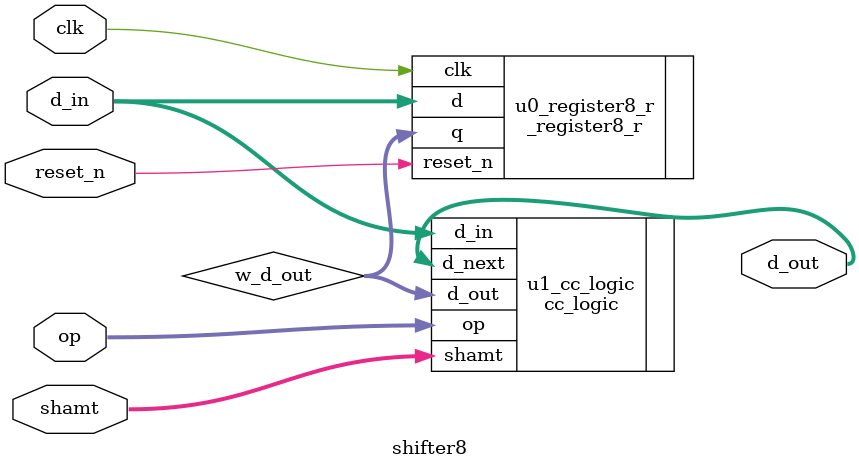
<source format=v>
module shifter8(clk, reset_n, op, shamt, d_in, d_out);
	input clk, reset_n;
	input [2:0] op;
	input [1:0] shamt;
	input [7:0] d_in;
	output [7:0] d_out;
	
	wire [7:0] w_d_out;
	
	_register8_r u0_register8_r(.clk(clk), .reset_n(reset_n), .d(d_in), .q(w_d_out));
	
	cc_logic u1_cc_logic(.op(op), .shamt(shamt), .d_in(d_in), .d_out(w_d_out), .d_next(d_out));	
endmodule

</source>
